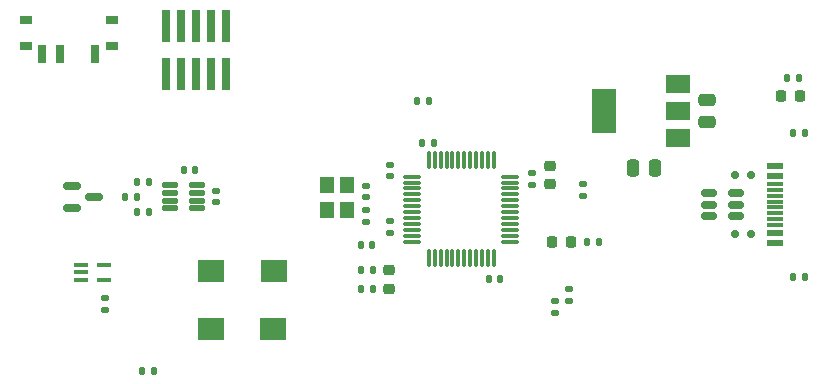
<source format=gbr>
%TF.GenerationSoftware,KiCad,Pcbnew,7.0.5-0*%
%TF.CreationDate,2024-02-18T02:25:47-06:00*%
%TF.ProjectId,STM32_BluePill,53544d33-325f-4426-9c75-6550696c6c2e,1*%
%TF.SameCoordinates,Original*%
%TF.FileFunction,Paste,Top*%
%TF.FilePolarity,Positive*%
%FSLAX46Y46*%
G04 Gerber Fmt 4.6, Leading zero omitted, Abs format (unit mm)*
G04 Created by KiCad (PCBNEW 7.0.5-0) date 2024-02-18 02:25:47*
%MOMM*%
%LPD*%
G01*
G04 APERTURE LIST*
G04 Aperture macros list*
%AMRoundRect*
0 Rectangle with rounded corners*
0 $1 Rounding radius*
0 $2 $3 $4 $5 $6 $7 $8 $9 X,Y pos of 4 corners*
0 Add a 4 corners polygon primitive as box body*
4,1,4,$2,$3,$4,$5,$6,$7,$8,$9,$2,$3,0*
0 Add four circle primitives for the rounded corners*
1,1,$1+$1,$2,$3*
1,1,$1+$1,$4,$5*
1,1,$1+$1,$6,$7*
1,1,$1+$1,$8,$9*
0 Add four rect primitives between the rounded corners*
20,1,$1+$1,$2,$3,$4,$5,0*
20,1,$1+$1,$4,$5,$6,$7,0*
20,1,$1+$1,$6,$7,$8,$9,0*
20,1,$1+$1,$8,$9,$2,$3,0*%
G04 Aperture macros list end*
%ADD10RoundRect,0.140000X0.140000X0.170000X-0.140000X0.170000X-0.140000X-0.170000X0.140000X-0.170000X0*%
%ADD11RoundRect,0.135000X0.135000X0.185000X-0.135000X0.185000X-0.135000X-0.185000X0.135000X-0.185000X0*%
%ADD12RoundRect,0.135000X0.185000X-0.135000X0.185000X0.135000X-0.185000X0.135000X-0.185000X-0.135000X0*%
%ADD13RoundRect,0.140000X-0.140000X-0.170000X0.140000X-0.170000X0.140000X0.170000X-0.140000X0.170000X0*%
%ADD14RoundRect,0.135000X-0.135000X-0.185000X0.135000X-0.185000X0.135000X0.185000X-0.135000X0.185000X0*%
%ADD15R,1.000000X0.800000*%
%ADD16R,0.700000X1.500000*%
%ADD17R,2.310000X1.910000*%
%ADD18RoundRect,0.140000X-0.170000X0.140000X-0.170000X-0.140000X0.170000X-0.140000X0.170000X0.140000X0*%
%ADD19R,1.450000X0.600000*%
%ADD20R,1.450000X0.300000*%
%ADD21RoundRect,0.135000X-0.185000X0.135000X-0.185000X-0.135000X0.185000X-0.135000X0.185000X0.135000X0*%
%ADD22RoundRect,0.150000X0.512500X0.150000X-0.512500X0.150000X-0.512500X-0.150000X0.512500X-0.150000X0*%
%ADD23RoundRect,0.218750X0.218750X0.256250X-0.218750X0.256250X-0.218750X-0.256250X0.218750X-0.256250X0*%
%ADD24R,1.200000X1.400000*%
%ADD25R,2.000000X1.500000*%
%ADD26R,2.000000X3.800000*%
%ADD27RoundRect,0.075000X-0.662500X-0.075000X0.662500X-0.075000X0.662500X0.075000X-0.662500X0.075000X0*%
%ADD28RoundRect,0.075000X-0.075000X-0.662500X0.075000X-0.662500X0.075000X0.662500X-0.075000X0.662500X0*%
%ADD29RoundRect,0.150000X-0.587500X-0.150000X0.587500X-0.150000X0.587500X0.150000X-0.587500X0.150000X0*%
%ADD30RoundRect,0.250000X-0.475000X0.250000X-0.475000X-0.250000X0.475000X-0.250000X0.475000X0.250000X0*%
%ADD31RoundRect,0.225000X-0.250000X0.225000X-0.250000X-0.225000X0.250000X-0.225000X0.250000X0.225000X0*%
%ADD32RoundRect,0.140000X0.170000X-0.140000X0.170000X0.140000X-0.170000X0.140000X-0.170000X-0.140000X0*%
%ADD33RoundRect,0.150000X0.150000X0.200000X-0.150000X0.200000X-0.150000X-0.200000X0.150000X-0.200000X0*%
%ADD34R,0.740000X2.790000*%
%ADD35RoundRect,0.250000X-0.250000X-0.475000X0.250000X-0.475000X0.250000X0.475000X-0.250000X0.475000X0*%
%ADD36R,1.168400X0.355600*%
%ADD37RoundRect,0.125000X0.537500X0.125000X-0.537500X0.125000X-0.537500X-0.125000X0.537500X-0.125000X0*%
%ADD38RoundRect,0.218750X-0.256250X0.218750X-0.256250X-0.218750X0.256250X-0.218750X0.256250X0.218750X0*%
G04 APERTURE END LIST*
D10*
%TO.C,C8*%
X138691600Y-104804300D03*
X137731600Y-104804300D03*
%TD*%
D11*
%TO.C,R11*%
X157908000Y-100791500D03*
X156888000Y-100791500D03*
%TD*%
D12*
%TO.C,R12*%
X116050000Y-106620000D03*
X116050000Y-105600000D03*
%TD*%
D13*
%TO.C,C5*%
X142920000Y-92400000D03*
X143880000Y-92400000D03*
%TD*%
D14*
%TO.C,R7*%
X118736000Y-95726500D03*
X119756000Y-95726500D03*
%TD*%
D15*
%TO.C,SW1*%
X116623000Y-84226500D03*
X116623000Y-82016500D03*
X109323000Y-84226500D03*
X109323000Y-82016500D03*
D16*
X115223000Y-84876500D03*
X112223000Y-84876500D03*
X110723000Y-84876500D03*
%TD*%
D17*
%TO.C,J2*%
X130308000Y-108191500D03*
X124998000Y-108191500D03*
%TD*%
D18*
%TO.C,C15*%
X125448000Y-96516500D03*
X125448000Y-97476500D03*
%TD*%
D19*
%TO.C,J1*%
X172800000Y-100900000D03*
X172800000Y-100100000D03*
D20*
X172800000Y-98900000D03*
X172800000Y-97900000D03*
X172800000Y-97400000D03*
X172800000Y-96400000D03*
D19*
X172800000Y-95200000D03*
X172800000Y-94400000D03*
X172800000Y-94400000D03*
X172800000Y-95200000D03*
D20*
X172800000Y-95900000D03*
X172800000Y-96900000D03*
X172800000Y-98400000D03*
X172800000Y-99400000D03*
D19*
X172800000Y-100100000D03*
X172800000Y-100900000D03*
%TD*%
D18*
%TO.C,C11*%
X138146400Y-98149500D03*
X138146400Y-99109500D03*
%TD*%
D11*
%TO.C,R5*%
X174808000Y-86967500D03*
X173788000Y-86967500D03*
%TD*%
D21*
%TO.C,R2*%
X156498000Y-95890000D03*
X156498000Y-96910000D03*
%TD*%
D10*
%TO.C,C3*%
X149478000Y-103991500D03*
X148518000Y-103991500D03*
%TD*%
D22*
%TO.C,U2*%
X169432500Y-98600000D03*
X169432500Y-97650000D03*
X169432500Y-96700000D03*
X167157500Y-96700000D03*
X167157500Y-97650000D03*
X167157500Y-98600000D03*
%TD*%
D23*
%TO.C,D1*%
X174885500Y-88491500D03*
X173310500Y-88491500D03*
%TD*%
%TO.C,D2*%
X155485500Y-100791500D03*
X153910500Y-100791500D03*
%TD*%
D24*
%TO.C,Y1*%
X134858000Y-95954700D03*
X134858000Y-98154700D03*
X136558000Y-98154700D03*
X136558000Y-95954700D03*
%TD*%
D12*
%TO.C,R8*%
X154162299Y-106825500D03*
X154162299Y-105805500D03*
%TD*%
D25*
%TO.C,U3*%
X164598000Y-92041500D03*
X164598000Y-89741500D03*
D26*
X158298000Y-89741500D03*
D25*
X164598000Y-87441500D03*
%TD*%
D27*
%TO.C,U1*%
X142047500Y-95287500D03*
X142047500Y-95787500D03*
X142047500Y-96287500D03*
X142047500Y-96787500D03*
X142047500Y-97287500D03*
X142047500Y-97787500D03*
X142047500Y-98287500D03*
X142047500Y-98787500D03*
X142047500Y-99287500D03*
X142047500Y-99787500D03*
X142047500Y-100287500D03*
X142047500Y-100787500D03*
D28*
X143460000Y-102200000D03*
X143960000Y-102200000D03*
X144460000Y-102200000D03*
X144960000Y-102200000D03*
X145460000Y-102200000D03*
X145960000Y-102200000D03*
X146460000Y-102200000D03*
X146960000Y-102200000D03*
X147460000Y-102200000D03*
X147960000Y-102200000D03*
X148460000Y-102200000D03*
X148960000Y-102200000D03*
D27*
X150372500Y-100787500D03*
X150372500Y-100287500D03*
X150372500Y-99787500D03*
X150372500Y-99287500D03*
X150372500Y-98787500D03*
X150372500Y-98287500D03*
X150372500Y-97787500D03*
X150372500Y-97287500D03*
X150372500Y-96787500D03*
X150372500Y-96287500D03*
X150372500Y-95787500D03*
X150372500Y-95287500D03*
D28*
X148960000Y-93875000D03*
X148460000Y-93875000D03*
X147960000Y-93875000D03*
X147460000Y-93875000D03*
X146960000Y-93875000D03*
X146460000Y-93875000D03*
X145960000Y-93875000D03*
X145460000Y-93875000D03*
X144960000Y-93875000D03*
X144460000Y-93875000D03*
X143960000Y-93875000D03*
X143460000Y-93875000D03*
%TD*%
D11*
%TO.C,R3*%
X175323000Y-91554000D03*
X174303000Y-91554000D03*
%TD*%
D21*
%TO.C,R9*%
X155362299Y-104815500D03*
X155362299Y-105835500D03*
%TD*%
D14*
%TO.C,R0*%
X119140000Y-111750000D03*
X120160000Y-111750000D03*
%TD*%
D11*
%TO.C,R4*%
X175295000Y-103746000D03*
X174275000Y-103746000D03*
%TD*%
D13*
%TO.C,C14*%
X122713000Y-94716500D03*
X123673000Y-94716500D03*
%TD*%
D29*
%TO.C,D5*%
X113260500Y-96041500D03*
X113260500Y-97941500D03*
X115135500Y-96991500D03*
%TD*%
D10*
%TO.C,C9*%
X138680000Y-101100000D03*
X137720000Y-101100000D03*
%TD*%
D30*
%TO.C,C12*%
X167036000Y-88791500D03*
X167036000Y-90691500D03*
%TD*%
D31*
%TO.C,C1*%
X153698000Y-94366500D03*
X153698000Y-95916500D03*
%TD*%
D32*
%TO.C,C6*%
X140198000Y-100041500D03*
X140198000Y-99081500D03*
%TD*%
D33*
%TO.C,D4*%
X169370000Y-95150000D03*
X170770000Y-95150000D03*
%TD*%
D10*
%TO.C,C16*%
X118728000Y-96996500D03*
X117768000Y-96996500D03*
%TD*%
D14*
%TO.C,R1*%
X142488000Y-88850000D03*
X143508000Y-88850000D03*
%TD*%
D34*
%TO.C,J7*%
X121210000Y-86585000D03*
X121210000Y-82515000D03*
X122480000Y-86585000D03*
X122480000Y-82515000D03*
X123750000Y-86585000D03*
X123750000Y-82515000D03*
X125020000Y-86585000D03*
X125020000Y-82515000D03*
X126290000Y-86585000D03*
X126290000Y-82515000D03*
%TD*%
D35*
%TO.C,C13*%
X160752000Y-94567500D03*
X162652000Y-94567500D03*
%TD*%
D36*
%TO.C,U5*%
X114034800Y-102739600D03*
X114034800Y-103400000D03*
X114034800Y-104060400D03*
X115965200Y-104060400D03*
X115965200Y-102739600D03*
%TD*%
D18*
%TO.C,C2*%
X152198000Y-95017500D03*
X152198000Y-95977500D03*
%TD*%
D37*
%TO.C,U4*%
X123835500Y-97966500D03*
X123835500Y-97316500D03*
X123835500Y-96666500D03*
X123835500Y-96016500D03*
X121560500Y-96016500D03*
X121560500Y-96666500D03*
X121560500Y-97316500D03*
X121560500Y-97966500D03*
%TD*%
D17*
%TO.C,J3*%
X130353000Y-103241500D03*
X125043000Y-103241500D03*
%TD*%
D32*
%TO.C,C4*%
X140198000Y-95266300D03*
X140198000Y-94306300D03*
%TD*%
D10*
%TO.C,C7*%
X138691600Y-103229500D03*
X137731600Y-103229500D03*
%TD*%
D33*
%TO.C,D3*%
X169370000Y-100150000D03*
X170770000Y-100150000D03*
%TD*%
D38*
%TO.C,FB1*%
X140114000Y-103204000D03*
X140114000Y-104779000D03*
%TD*%
D11*
%TO.C,R6*%
X119756000Y-98266500D03*
X118736000Y-98266500D03*
%TD*%
D32*
%TO.C,C10*%
X138146400Y-97026700D03*
X138146400Y-96066700D03*
%TD*%
M02*

</source>
